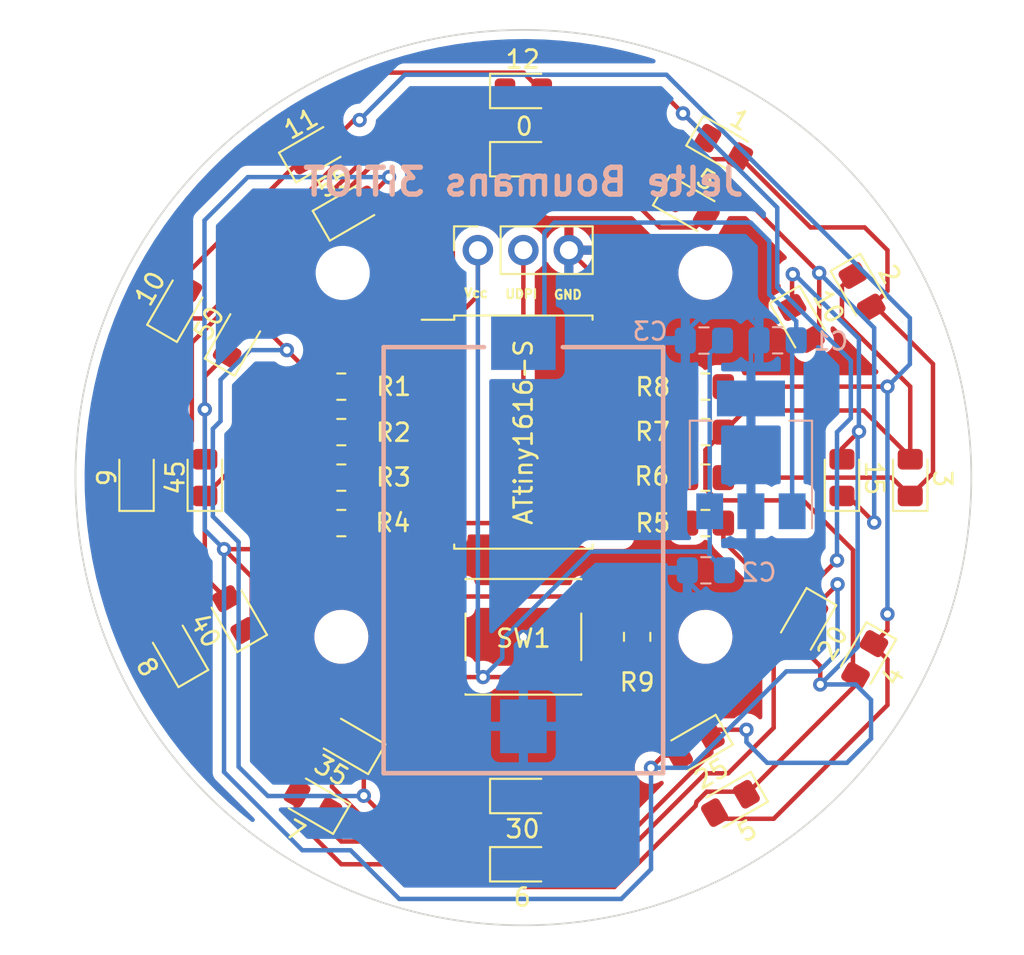
<source format=kicad_pcb>
(kicad_pcb (version 20211014) (generator pcbnew)
  (layers (0 "F.Cu" signal) (31 "B.Cu" signal) (34 "B.Paste" user) (35 "F.Paste" user) (36 "B.SilkS" user "B.Silkscreen") (37 "F.SilkS" user "F.Silkscreen") (38 "B.Mask" user) (39 "F.Mask" user) (44 "Edge.Cuts" user))
  (net 0 "")
  (net 1 "Net-(BT1-Pad1)")
  (net 2 "Net-(D1-Pad2)")
  (net 3 "PA4~")
  (net 4 "PB1")
  (net 5 "Net-(D17-Pad1)")
  (net 6 "PC3")
  (net 7 "Net-(D15-Pad1)")
  (net 8 "PC2")
  (net 9 "Net-(D13-Pad1)")
  (net 10 "PC1")
  (net 11 "Net-(D13-Pad2)")
  (net 12 "PC0")
  (net 13 "Net-(D10-Pad2)")
  (net 14 "PB0~")
  (net 15 "Net-(D3-Pad1)")
  (net 16 "PB2~")
  (net 17 "Net-(D1-Pad1)")
  (net 18 "PA5~")
  (net 24 "PA0 UDPI")
  (net 28 "GND")
  (net 29 "Vcc")
  (footprint "LED_SMD:LED_0805_2012Metric_Pad1.15x1.40mm_HandSolder" (layer "F.Cu") (at 168.106657 104.778206 -120)
    (fp_text reference "20")
    (fp_text value "LED" hide)
  )
  (footprint "LED_SMD:LED_0805_2012Metric_Pad1.15x1.40mm_HandSolder" (layer "F.Cu") (at 161.99975 111.528561 -150)
    (fp_text reference "25")
    (fp_text value "LED" hide)
  )
  (footprint "Resistor_SMD:R_0805_2012Metric_Pad1.20x1.40mm_HandSolder" (layer "F.Cu") (at 142.24 99.06)
    (fp_text reference "R4")
    (fp_text value "120Ω" hide)
  )
  (footprint "LED_SMD:LED_0805_2012Metric_Pad1.15x1.40mm_HandSolder" (layer "F.Cu") (at 163.58058 78.080641 -30)
    (fp_text reference "1")
    (fp_text value "LED" hide)
  )
  (footprint "LED_SMD:LED_0805_2012Metric_Pad1.15x1.40mm_HandSolder" (layer "F.Cu") (at 142.73136 81.52568 30)
    (fp_text reference "55")
    (fp_text value "LED" hide)
  )
  (footprint "LED_SMD:LED_0805_2012Metric_Pad1.15x1.40mm_HandSolder" (layer "F.Cu") (at 152.4 78.74)
    (fp_text reference "0")
    (fp_text value "LED" hide)
  )
  (footprint "Package_SO:SOIC-20W_7.5x12.8mm_P1.27mm" (layer "F.Cu") (at 152.4 93.98)
    (fp_text reference "U1" hide)
    (fp_text value "ATtiny1616-S")
  )
  (footprint "LED_SMD:LED_0805_2012Metric_Pad1.15x1.40mm_HandSolder" (layer "F.Cu") (at 136.378421 88.739958 60)
    (fp_text reference "50")
    (fp_text value "LED" hide)
  )
  (footprint "Resistor_SMD:R_0805_2012Metric_Pad1.20x1.40mm_HandSolder" (layer "F.Cu") (at 142.24 93.98)
    (fp_text reference "R2")
    (fp_text value "120Ω" hide)
  )
  (footprint "LED_SMD:LED_0805_2012Metric_Pad1.15x1.40mm_HandSolder" (layer "F.Cu") (at 163.956759 114.713586 -150)
    (fp_text reference "5")
    (fp_text value "LED" hide)
  )
  (footprint "LED_SMD:LED_0805_2012Metric_Pad1.15x1.40mm_HandSolder" (layer "F.Cu") (at 142.60657 111.314138 150)
    (fp_text reference "35")
    (fp_text value "LED" hide)
  )
  (footprint "MountingHole:MountingHole_2mm" (layer "F.Cu") (at 142.24 105.41)
    (fp_text reference "REF**" hide)
    (fp_text value "MountingHole_2mm" hide)
  )
  (footprint "MountingHole:MountingHole_2mm" (layer "F.Cu") (at 142.316287 85.09)
    (fp_text reference "REF**" hide)
    (fp_text value "MountingHole_2mm" hide)
  )
  (footprint "Resistor_SMD:R_0805_2012Metric_Pad1.20x1.40mm_HandSolder" (layer "F.Cu") (at 162.56 96.52 180)
    (fp_text reference "R6")
    (fp_text value "150Ω" hide)
  )
  (footprint "LED_SMD:LED_0805_2012Metric_Pad1.15x1.40mm_HandSolder" (layer "F.Cu") (at 134.62 96.52 90)
    (fp_text reference "45")
    (fp_text value "LED" hide)
  )
  (footprint "LED_SMD:LED_0805_2012Metric_Pad1.15x1.40mm_HandSolder" (layer "F.Cu") (at 136.332629 104.170552 120)
    (fp_text reference "40")
    (fp_text value "LED" hide)
  )
  (footprint "LED_SMD:LED_0805_2012Metric_Pad1.15x1.40mm_HandSolder" (layer "F.Cu") (at 133.052326 106.128839 120)
    (fp_text reference "8")
    (fp_text value "LED" hide)
  )
  (footprint "Resistor_SMD:R_0805_2012Metric_Pad1.20x1.40mm_HandSolder" (layer "F.Cu") (at 142.24 96.52)
    (fp_text reference "R3")
    (fp_text value "120Ω" hide)
  )
  (footprint "LED_SMD:LED_0805_2012Metric_Pad1.15x1.40mm_HandSolder" (layer "F.Cu") (at 140.848971 78.275243 30)
    (fp_text reference "11")
    (fp_text value "LED" hide)
  )
  (footprint "LED_SMD:LED_0805_2012Metric_Pad1.15x1.40mm_HandSolder" (layer "F.Cu") (at 140.649447 114.653447 150)
    (fp_text reference "7")
    (fp_text value "LED" hide)
  )
  (footprint "Resistor_SMD:R_0805_2012Metric_Pad1.20x1.40mm_HandSolder" (layer "F.Cu") (at 158.75 105.41 -90)
    (fp_text reference "R9")
    (fp_text value "1kΩ" hide)
  )
  (footprint "Resistor_SMD:R_0805_2012Metric_Pad1.20x1.40mm_HandSolder" (layer "F.Cu") (at 162.56 99.06 180)
    (fp_text reference "R5")
    (fp_text value "150Ω" hide)
  )
  (footprint "LED_SMD:LED_0805_2012Metric_Pad1.15x1.40mm_HandSolder" (layer "F.Cu") (at 173.99 96.52 90)
    (fp_text reference "3")
    (fp_text value "LED" hide)
  )
  (footprint "LED_SMD:LED_0805_2012Metric_Pad1.15x1.40mm_HandSolder" (layer "F.Cu") (at 133.162351 86.855656 60)
    (fp_text reference "10")
    (fp_text value "LED" hide)
  )
  (footprint "LED_SMD:LED_0805_2012Metric_Pad1.15x1.40mm_HandSolder" (layer "F.Cu") (at 152.4 114.3)
    (fp_text reference "30")
    (fp_text value "LED" hide)
  )
  (footprint "Resistor_SMD:R_0805_2012Metric_Pad1.20x1.40mm_HandSolder" (layer "F.Cu") (at 162.56 91.44 180)
    (fp_text reference "R8")
    (fp_text value "150Ω" hide)
  )
  (footprint "Connector_PinSocket_2.54mm:PinSocket_1x03_P2.54mm_Vertical" (layer "F.Cu") (at 149.86 83.82 90)
    (fp_text reference "J1" hide)
    (fp_text value "Conn_01x03_Female" hide)
  )
  (footprint "LED_SMD:LED_0805_2012Metric_Pad1.15x1.40mm_HandSolder" (layer "F.Cu") (at 152.4 74.93)
    (fp_text reference "12")
    (fp_text value "LED" hide)
  )
  (footprint "MountingHole:MountingHole_2mm" (layer "F.Cu") (at 162.56 105.41)
    (fp_text reference "REF**" hide)
    (fp_text value "MountingHole_2mm" hide)
  )
  (footprint "LED_SMD:LED_0805_2012Metric_Pad1.15x1.40mm_HandSolder" (layer "F.Cu") (at 152.4 118.11)
    (fp_text reference "6")
    (fp_text value "LED" hide)
  )
  (footprint "LED_SMD:LED_0805_2012Metric_Pad1.15x1.40mm_HandSolder" (layer "F.Cu") (at 171.45 106.68 -120)
    (fp_text reference "4")
    (fp_text value "LED" hide)
  )
  (footprint "LED_SMD:LED_0805_2012Metric_Pad1.15x1.40mm_HandSolder" (layer "F.Cu") (at 171.301587 86.113515 -60)
    (fp_text reference "2")
    (fp_text value "LED" hide)
  )
  (footprint "LED_SMD:LED_0805_2012Metric_Pad1.15x1.40mm_HandSolder" (layer "F.Cu") (at 161.718972 81.415191 -30)
    (fp_text reference "5")
    (fp_text value "LED" hide)
  )
  (footprint "Resistor_SMD:R_0805_2012Metric_Pad1.20x1.40mm_HandSolder" (layer "F.Cu") (at 162.56 93.98 180)
    (fp_text reference "R7")
    (fp_text value "150Ω" hide)
  )
  (footprint "LED_SMD:LED_0805_2012Metric_Pad1.15x1.40mm_HandSolder" (layer "F.Cu") (at 167.907773 87.908167 -60)
    (fp_text reference "10")
    (fp_text value "LED" hide)
  )
  (footprint "LED_SMD:LED_0805_2012Metric_Pad1.15x1.40mm_HandSolder" (layer "F.Cu") (at 130.81 96.52 90)
    (fp_text reference "9")
    (fp_text value "LED" hide)
  )
  (footprint "LED_SMD:LED_0805_2012Metric_Pad1.15x1.40mm_HandSolder" (layer "F.Cu") (at 170.18 96.52 90)
    (fp_text reference "15")
    (fp_text value "LED" hide)
  )
  (footprint "Button_Switch_SMD:SW_Push_1P1T_NO_6x6mm_H9.5mm" (layer "F.Cu") (at 152.4 105.41)
    (fp_text reference "SW1")
    (fp_text value "SW_Push" hide)
  )
  (footprint "MountingHole:MountingHole_2mm" (layer "F.Cu") (at 162.56 85.09)
    (fp_text reference "REF**" hide)
    (fp_text value "MountingHole_2mm" hide)
  )
  (footprint "Resistor_SMD:R_0805_2012Metric_Pad1.20x1.40mm_HandSolder" (layer "F.Cu") (at 142.24 91.44)
    (fp_text reference "R1")
    (fp_text value "120Ω" hide)
  )
  (footprint "Capacitor_SMD:C_0805_2012Metric_Pad1.18x1.45mm_HandSolder" (layer "B.Cu") (at 162.477589 88.866156 180)
    (fp_text reference "C3")
    (fp_text value "100nF" hide)
  )
  (footprint "Capacitor_SMD:C_0805_2012Metric_Pad1.18x1.45mm_HandSolder" (layer "B.Cu") (at 162.586533 101.695651 180)
    (fp_text reference "C2")
    (fp_text value "1uF" hide)
  )
  (footprint "S8421-45R:S8421-45R_1" (layer "B.Cu") (at 152.4 110.408)
    (fp_text reference "BTe" hide)
    (fp_text value "Battery_Cell" hide)
  )
  (footprint "Package_TO_SOT_SMD:SOT-223-3_TabPin2" (layer "B.Cu") (at 165.1 95.25 90)
    (fp_text reference "U2" hide)
    (fp_text value "AP7361C-33E" hide)
  )
  (footprint "Capacitor_SMD:C_0805_2012Metric_Pad1.18x1.45mm_HandSolder" (layer "B.Cu") (at 166.590567 88.851432 180)
    (fp_text reference "C1")
    (fp_text value "1uF" hide)
  )
  (gr_circle (center 152.4 96.52) (end 177.4 96.52) (layer "Edge.Cuts") (width 0.1) (fill none))
  (gr_text "Jelte Boumans 3ITIOT" (at 152.4 80.01) (layer "B.SilkS") (effects (font (size 1.5 1.5) (thickness 0.3)) (justify mirror)))
  (gr_text "Vcc" (at 149.757299 86.219865) (layer "F.SilkS") (effects (font (size 0.5 0.5) (thickness 0.125))))
  (gr_text "UDPI" (at 152.284552 86.274806) (layer "F.SilkS") (effects (font (size 0.5 0.5) (thickness 0.125))))
  (gr_text "GND" (at 154.885059 86.311432) (layer "F.SilkS") (effects (font (size 0.5 0.5) (thickness 0.125))))
  (segment (start 153.575 82.836119) (end 154.134208 82.276911) (width 0.25) (layer "B.Cu") (net 1))
  (segment (start 166.120641 83.311911) (end 166.120641 86.278687) (width 0.25) (layer "B.Cu") (net 1))
  (segment (start 166.120641 86.278687) (end 167.628067 87.786113) (width 0.25) (layer "B.Cu") (net 1))
  (segment (start 165.085641 82.276911) (end 166.120641 83.311911) (width 0.25) (layer "B.Cu") (net 1))
  (segment (start 167.628067 87.786113) (end 167.628067 88.851432) (width 0.25) (layer "B.Cu") (net 1))
  (segment (start 167.4 89.079499) (end 167.628067 88.851432) (width 0.25) (layer "B.Cu") (net 1))
  (segment (start 152.4 89.008) (end 153.575 87.833) (width 0.25) (layer "B.Cu") (net 1))
  (segment (start 154.134208 82.276911) (end 165.085641 82.276911) (width 0.25) (layer "B.Cu") (net 1))
  (segment (start 167.4 98.4) (end 167.4 89.079499) (width 0.25) (layer "B.Cu") (net 1))
  (segment (start 153.575 87.833) (end 153.575 82.836119) (width 0.25) (layer "B.Cu") (net 1))
  (segment (start 158.668605 78.74) (end 160.831296 80.902691) (width 0.25) (layer "F.Cu") (net 2))
  (segment (start 143.494246 111.826638) (end 143.494246 114.284246) (width 0.25) (layer "F.Cu") (net 2))
  (segment (start 152.4 77.47) (end 153.425 78.495) (width 0.25) (layer "F.Cu") (net 2))
  (segment (start 139.2 89.4) (end 137.652282 87.852282) (width 0.25) (layer "F.Cu") (net 2))
  (segment (start 141.843684 82.03818) (end 141.843684 81.18295) (width 0.25) (layer "F.Cu") (net 2))
  (segment (start 137.652282 87.852282) (end 136.890921 87.852282) (width 0.25) (layer "F.Cu") (net 2))
  (segment (start 141.24 91.44) (end 139.2 89.4) (width 0.25) (layer "F.Cu") (net 2))
  (segment (start 141.843684 82.899519) (end 136.890921 87.852282) (width 0.25) (layer "F.Cu") (net 2))
  (segment (start 141.843684 81.18295) (end 145.556634 77.47) (width 0.25) (layer "F.Cu") (net 2))
  (segment (start 144.78 115.57) (end 152.155 115.57) (width 0.25) (layer "F.Cu") (net 2))
  (segment (start 153.425 78.495) (end 153.425 78.74) (width 0.25) (layer "F.Cu") (net 2))
  (segment (start 152.155 115.57) (end 153.425 114.3) (width 0.25) (layer "F.Cu") (net 2))
  (segment (start 143.494246 114.284246) (end 144.78 115.57) (width 0.25) (layer "F.Cu") (net 2))
  (segment (start 141.843684 82.03818) (end 141.843684 82.899519) (width 0.25) (layer "F.Cu") (net 2))
  (segment (start 153.425 78.74) (end 158.668605 78.74) (width 0.25) (layer "F.Cu") (net 2))
  (segment (start 145.556634 77.47) (end 152.4 77.47) (width 0.25) (layer "F.Cu") (net 2))
  (via (at 143.494246 114.284246) (size 0.8) (drill 0.4) (layers "F.Cu" "B.Cu") (net 2))
  (via (at 139.2 89.4) (size 0.8) (drill 0.4) (layers "F.Cu" "B.Cu") (net 2))
  (segment (start 135.499044 93.36291) (end 135.499044 91.055417) (width 0.25) (layer "B.Cu") (net 2))
  (segment (start 135.07 93.791954) (end 135.499044 93.36291) (width 0.25) (layer "B.Cu") (net 2))
  (segment (start 138.141017 114.3) (end 136.506283 112.665266) (width 0.25) (layer "B.Cu") (net 2))
  (segment (start 136.506283 112.665266) (end 136.506283 100.120565) (width 0.25) (layer "B.Cu") (net 2))
  (segment (start 135.499044 91.055417) (end 137.154461 89.4) (width 0.25) (layer "B.Cu") (net 2))
  (segment (start 137.154461 89.4) (end 139.2 89.4) (width 0.25) (layer "B.Cu") (net 2))
  (segment (start 136.506283 100.120565) (end 135.07 98.684282) (width 0.25) (layer "B.Cu") (net 2))
  (segment (start 143.494246 114.284246) (end 143.478492 114.3) (width 0.25) (layer "B.Cu") (net 2))
  (segment (start 143.478492 114.3) (end 138.141017 114.3) (width 0.25) (layer "B.Cu") (net 2))
  (segment (start 135.07 98.684282) (end 135.07 93.791954) (width 0.25) (layer "B.Cu") (net 2))
  (segment (start 145.145 89.535) (end 147.75 89.535) (width 0.25) (layer "F.Cu") (net 3))
  (segment (start 143.24 91.44) (end 145.145 89.535) (width 0.25) (layer "F.Cu") (net 3))
  (segment (start 157.5 103.16) (end 158.75 104.41) (width 0.25) (layer "F.Cu") (net 4))
  (segment (start 148.425 100.37) (end 147.75 99.695) (width 0.25) (layer "F.Cu") (net 4))
  (segment (start 148.425 103.16) (end 148.425 100.37) (width 0.25) (layer "F.Cu") (net 4))
  (segment (start 156.375 103.16) (end 157.5 103.16) (width 0.25) (layer "F.Cu") (net 4))
  (segment (start 148.425 103.16) (end 156.375 103.16) (width 0.25) (layer "F.Cu") (net 4))
  (segment (start 131.966668 87.743332) (end 130.81 88.9) (width 0.25) (layer "F.Cu") (net 5))
  (segment (start 141.736647 77.762743) (end 142.94821 76.55118) (width 0.25) (layer "F.Cu") (net 5))
  (segment (start 171.9625 105.9225) (end 172.72 106.68) (width 0.25) (layer "F.Cu") (net 5))
  (segment (start 133.564826 107.016515) (end 132.416515 107.016515) (width 0.25) (layer "F.Cu") (net 5))
  (segment (start 135.89 85.09) (end 135.89 86.36) (width 0.25) (layer "F.Cu") (net 5))
  (segment (start 172.72 91.44) (end 163.56 91.44) (width 0.25) (layer "F.Cu") (net 5))
  (segment (start 141.736647 79.243353) (end 135.89 85.09) (width 0.25) (layer "F.Cu") (net 5))
  (segment (start 163.412997 115.57) (end 163.069083 115.226086) (width 0.25) (layer "F.Cu") (net 5))
  (segment (start 129.54 96.765) (end 130.81 95.495) (width 0.25) (layer "F.Cu") (net 5))
  (segment (start 171.9625 105.792324) (end 171.9625 105.9225) (width 0.25) (layer "F.Cu") (net 5))
  (segment (start 172.72 104.14) (end 172.72 105.034824) (width 0.25) (layer "F.Cu") (net 5))
  (segment (start 171.9625 105.792324) (end 172.337676 105.792324) (width 0.25) (layer "F.Cu") (net 5))
  (segment (start 134.62 87.63) (end 132.763183 87.63) (width 0.25) (layer "F.Cu") (net 5))
  (segment (start 141.736647 77.762743) (end 141.947257 77.762743) (width 0.25) (layer "F.Cu") (net 5))
  (segment (start 135.89 86.36) (end 134.62 87.63) (width 0.25) (layer "F.Cu") (net 5))
  (segment (start 132.416515 107.016515) (end 129.54 104.14) (width 0.25) (layer "F.Cu") (net 5))
  (segment (start 172.72 105.034824) (end 171.9625 105.792324) (width 0.25) (layer "F.Cu") (net 5))
  (segment (start 132.649851 87.743332) (end 131.966668 87.743332) (width 0.25) (layer "F.Cu") (net 5))
  (segment (start 142.94821 76.55118) (end 143.258372 76.55118) (width 0.25) (layer "F.Cu") (net 5))
  (segment (start 172.72 106.68) (end 172.72 109.22) (width 0.25) (layer "F.Cu") (net 5))
  (segment (start 172.72 109.22) (end 166.37 115.57) (width 0.25) (layer "F.Cu") (net 5))
  (segment (start 166.37 115.57) (end 163.412997 115.57) (width 0.25) (layer "F.Cu") (net 5))
  (segment (start 132.763183 87.63) (end 132.649851 87.743332) (width 0.25) (layer "F.Cu") (net 5))
  (segment (start 141.736647 77.762743) (end 141.736647 79.243353) (width 0.25) (layer "F.Cu") (net 5))
  (segment (start 129.54 104.14) (end 129.54 96.765) (width 0.25) (layer "F.Cu") (net 5))
  (segment (start 130.81 88.9) (end 130.81 95.495) (width 0.25) (layer "F.Cu") (net 5))
  (via (at 143.258372 76.55118) (size 0.8) (drill 0.4) (layers "F.Cu" "B.Cu") (net 5))
  (via (at 172.72 91.44) (size 0.8) (drill 0.4) (layers "F.Cu" "B.Cu") (net 5))
  (via (at 172.72 104.14) (size 0.8) (drill 0.4) (layers "F.Cu" "B.Cu") (net 5))
  (segment (start 162.56 76.2) (end 173.969996 87.609996) (width 0.25) (layer "B.Cu") (net 5))
  (segment (start 173.969996 87.609996) (end 173.969996 88.445754) (width 0.25) (layer "B.Cu") (net 5))
  (segment (start 160.383927 74.023927) (end 162.56 76.2) (width 0.25) (layer "B.Cu") (net 5))
  (segment (start 145.785625 74.023927) (end 158.641654 74.023927) (width 0.25) (layer "B.Cu") (net 5))
  (segment (start 143.258372 76.55118) (end 145.785625 74.023927) (width 0.25) (layer "B.Cu") (net 5))
  (segment (start 158.641654 74.023927) (end 160.383927 74.023927) (width 0.25) (layer "B.Cu") (net 5))
  (segment (start 173.969996 88.445754) (end 173.969996 90.190004) (width 0.25) (layer "B.Cu") (net 5))
  (segment (start 173.969996 90.190004) (end 172.72 91.44) (width 0.25) (layer "B.Cu") (net 5))
  (segment (start 172.72 91.44) (end 172.72 104.14) (width 0.25) (layer "B.Cu") (net 5))
  (segment (start 161.56 91.44) (end 161.56 91.4875) (width 0.25) (layer "F.Cu") (net 6))
  (segment (start 161.56 91.4875) (end 158.4325 94.615) (width 0.25) (layer "F.Cu") (net 6))
  (segment (start 158.4325 94.615) (end 157.05 94.615) (width 0.25) (layer "F.Cu") (net 6))
  (segment (start 170.9375 108.108021) (end 170.9375 107.567676) (width 0.25) (layer "F.Cu") (net 7))
  (segment (start 173.99 95.495) (end 173.99 95.3725) (width 0.25) (layer "F.Cu") (net 7))
  (segment (start 173.99 95.3725) (end 171.388813 92.771313) (width 0.25) (layer "F.Cu") (net 7))
  (segment (start 168.02414 97.79) (end 163.217507 97.79) (width 0.25) (layer "F.Cu") (net 7))
  (segment (start 164.844435 114.201086) (end 164.700688 114.057339) (width 0.25) (layer "F.Cu") (net 7))
  (segment (start 162.006898 114.853102) (end 157.48 119.38) (width 0.25) (layer "F.Cu") (net 7))
  (segment (start 162.632248 114.057339) (end 162.069274 114.620313) (width 0.25) (layer "F.Cu") (net 7))
  (segment (start 139.7 115.57) (end 139.7 114.202718) (width 0.25) (layer "F.Cu") (net 7))
  (segment (start 170.18 87.63) (end 170.18 85.834926) (width 0.25) (layer "F.Cu") (net 7))
  (segment (start 164.844435 114.201086) (end 170.9375 108.108021) (width 0.25) (layer "F.Cu") (net 7))
  (segment (start 173.99 95.495) (end 173.99 91.44) (width 0.25) (layer "F.Cu") (net 7))
  (segment (start 170.9375 107.567676) (end 170.793753 107.423929) (width 0.25) (layer "F.Cu") (net 7))
  (segment (start 139.7 114.202718) (end 139.761771 114.140947) (width 0.25) (layer "F.Cu") (net 7))
  (segment (start 142.24 118.11) (end 139.7 115.57) (width 0.25) (layer "F.Cu") (net 7))
  (segment (start 162.56 94.98) (end 163.56 93.98) (width 0.25) (layer "F.Cu") (net 7))
  (segment (start 170.793753 100.559613) (end 168.02414 97.79) (width 0.25) (layer "F.Cu") (net 7))
  (segment (start 170.18 85.834926) (end 170.789087 85.225839) (width 0.25) (layer "F.Cu") (net 7))
  (segment (start 157.48 119.38) (end 152.4 119.38) (width 0.25) (layer "F.Cu") (net 7))
  (segment (start 162.069274 114.620313) (end 162.006898 114.853102) (width 0.25) (layer "F.Cu") (net 7))
  (segment (start 163.217507 97.79) (end 162.56 97.132493) (width 0.25) (layer "F.Cu") (net 7))
  (segment (start 162.56 97.132493) (end 162.56 94.98) (width 0.25) (layer "F.Cu") (net 7))
  (segment (start 164.768687 92.771313) (end 163.56 93.98) (width 0.25) (layer "F.Cu") (net 7))
  (segment (start 152.4 119.38) (end 151.375 118.355) (width 0.25) (layer "F.Cu") (net 7))
  (segment (start 164.700688 114.057339) (end 162.632248 114.057339) (width 0.25) (layer "F.Cu") (net 7))
  (segment (start 170.793753 107.423929) (end 170.793753 100.559613) (width 0.25) (layer "F.Cu") (net 7))
  (segment (start 171.388813 92.771313) (end 164.768687 92.771313) (width 0.25) (layer "F.Cu") (net 7))
  (segment (start 151.375 118.355) (end 151.375 118.11) (width 0.25) (layer "F.Cu") (net 7))
  (segment (start 151.375 118.11) (end 142.24 118.11) (width 0.25) (layer "F.Cu") (net 7))
  (segment (start 173.99 91.44) (end 170.18 87.63) (width 0.25) (layer "F.Cu") (net 7))
  (segment (start 159.655 95.885) (end 157.05 95.885) (width 0.25) (layer "F.Cu") (net 8))
  (segment (start 161.56 93.98) (end 159.655 95.885) (width 0.25) (layer "F.Cu") (net 8))
  (segment (start 151.375 74.93) (end 152.645 76.2) (width 0.25) (layer "F.Cu") (net 9))
  (segment (start 175.26 90.17) (end 175.26 96.275) (width 0.25) (layer "F.Cu") (net 9))
  (segment (start 130.81 97.545) (end 130.81 103.511337) (width 0.25) (layer "F.Cu") (net 9))
  (segment (start 172.091191 87.001191) (end 175.26 90.17) (width 0.25) (layer "F.Cu") (net 9))
  (segment (start 171.45 82.55) (end 172.72 83.82) (width 0.25) (layer "F.Cu") (net 9))
  (segment (start 164.468256 78.593141) (end 168.425115 82.55) (width 0.25) (layer "F.Cu") (net 9))
  (segment (start 172.72 86.095278) (end 171.814087 87.001191) (width 0.25) (layer "F.Cu") (net 9))
  (segment (start 171.814087 87.001191) (end 172.091191 87.001191) (width 0.25) (layer "F.Cu") (net 9))
  (segment (start 161.29 78.74) (end 164.321397 78.74) (width 0.25) (layer "F.Cu") (net 9))
  (segment (start 168.425115 82.55) (end 171.45 82.55) (width 0.25) (layer "F.Cu") (net 9))
  (segment (start 147.32 74.93) (end 151.375 74.93) (width 0.25) (layer "F.Cu") (net 9))
  (segment (start 130.81 97.545) (end 133.895489 94.459511) (width 0.25) (layer "F.Cu") (net 9))
  (segment (start 172.965 96.52) (end 163.56 96.52) (width 0.25) (layer "F.Cu") (net 9))
  (segment (start 133.895489 94.459511) (end 133.895489 88.990229) (width 0.25) (layer "F.Cu") (net 9))
  (segment (start 152.645 76.2) (end 158.75 76.2) (width 0.25) (layer "F.Cu") (net 9))
  (segment (start 133.895489 88.990229) (end 140.72069 82.165028) (width 0.25) (layer "F.Cu") (net 9))
  (segment (start 158.75 76.2) (end 161.29 78.74) (width 0.25) (layer "F.Cu") (net 9))
  (segment (start 140.72069 82.165028) (end 140.72069 81.52931) (width 0.25) (layer "F.Cu") (net 9))
  (segment (start 130.81 103.511337) (end 132.539826 105.241163) (width 0.25) (layer "F.Cu") (net 9))
  (segment (start 173.99 97.545) (end 172.965 96.52) (width 0.25) (layer "F.Cu") (net 9))
  (segment (start 175.26 96.275) (end 173.99 97.545) (width 0.25) (layer "F.Cu") (net 9))
  (segment (start 164.321397 78.74) (end 164.468256 78.593141) (width 0.25) (layer "F.Cu") (net 9))
  (segment (start 172.72 83.82) (end 172.72 86.095278) (width 0.25) (layer "F.Cu") (net 9))
  (segment (start 140.72069 81.52931) (end 147.32 74.93) (width 0.25) (layer "F.Cu") (net 9))
  (segment (start 160.925 97.155) (end 157.05 97.155) (width 0.25) (layer "F.Cu") (net 10))
  (segment (start 161.56 96.52) (end 160.925 97.155) (width 0.25) (layer "F.Cu") (net 10))
  (segment (start 144.53452 73.90548) (end 143.51 74.93) (width 0.25) (layer "F.Cu") (net 11))
  (segment (start 162.56 113.03) (end 163.83 113.03) (width 0.25) (layer "F.Cu") (net 11))
  (segment (start 153.425 118.11) (end 157.48 118.11) (width 0.25) (layer "F.Cu") (net 11))
  (segment (start 163.56 100.06) (end 163.56 99.06) (width 0.25) (layer "F.Cu") (net 11))
  (segment (start 153.425 74.93) (end 152.40048 73.90548) (width 0.25) (layer "F.Cu") (net 11))
  (segment (start 141.537123 116.137123) (end 142.24 116.84) (width 0.25) (layer "F.Cu") (net 11))
  (segment (start 153.425 74.93) (end 160.054763 74.93) (width 0.25) (layer "F.Cu") (net 11))
  (segment (start 152.4 116.84) (end 153.425 117.865) (width 0.25) (layer "F.Cu") (net 11))
  (segment (start 139.7 77.47) (end 139.7 78.526448) (width 0.25) (layer "F.Cu") (net 11))
  (segment (start 166.37 102.87) (end 165.1 101.6) (width 0.25) (layer "F.Cu") (net 11))
  (segment (start 166.37 110.49) (end 166.37 102.87) (width 0.25) (layer "F.Cu") (net 11))
  (segment (start 169.903685 101.137325) (end 168.23196 102.80905) (width 0.25) (layer "F.Cu") (net 11))
  (segment (start 168.23196 102.80905) (end 166.309051 102.80905) (width 0.25) (layer "F.Cu") (net 11))
  (segment (start 139.7 78.526448) (end 139.961295 78.787743) (width 0.25) (layer "F.Cu") (net 11))
  (segment (start 165.1 101.6) (end 163.56 100.06) (width 0.25) (layer "F.Cu") (net 11))
  (segment (start 142.24 74.93) (end 139.7 77.47) (width 0.25) (layer "F.Cu") (net 11))
  (segment (start 163.83 113.03) (end 166.37 110.49) (width 0.25) (layer "F.Cu") (net 11))
  (segment (start 153.425 117.865) (end 153.425 118.11) (width 0.25) (layer "F.Cu") (net 11))
  (segment (start 139.961295 78.787743) (end 133.674851 85.074187) (width 0.25) (layer "F.Cu") (net 11))
  (segment (start 142.24 116.84) (end 152.4 116.84) (width 0.25) (layer "F.Cu") (net 11))
  (segment (start 143.51 74.93) (end 142.24 74.93) (width 0.25) (layer "F.Cu") (net 11))
  (segment (start 133.674851 85.074187) (end 133.674851 85.96798) (width 0.25) (layer "F.Cu") (net 11))
  (segment (start 160.054763 74.93) (end 161.307382 76.182618) (width 0.25) (layer "F.Cu") (net 11))
  (segment (start 152.40048 73.90548) (end 144.53452 73.90548) (width 0.25) (layer "F.Cu") (net 11))
  (segment (start 161.307382 76.182618) (end 162.692904 77.568141) (width 0.25) (layer "F.Cu") (net 11))
  (segment (start 157.48 118.11) (end 162.56 113.03) (width 0.25) (layer "F.Cu") (net 11))
  (segment (start 141.537123 115.165947) (end 141.537123 116.137123) (width 0.25) (layer "F.Cu") (net 11))
  (via (at 169.903685 101.137325) (size 0.8) (drill 0.4) (layers "F.Cu" "B.Cu") (net 11))
  (via (at 161.307382 76.182618) (size 0.8) (drill 0.4) (layers "F.Cu" "B.Cu") (net 11))
  (segment (start 170.674754 89.986351) (end 170.674754 93.205705) (width 0.25) (layer "B.Cu") (net 11))
  (segment (start 166.570641 81.445877) (end 166.570641 85.882238) (width 0.25) (layer "B.Cu") (net 11))
  (segment (start 161.307382 76.182618) (end 166.570641 81.445877) (width 0.25) (layer "B.Cu") (net 11))
  (segment (start 166.570641 85.882238) (end 170.674754 89.986351) (width 0.25) (layer "B.Cu") (net 11))
  (segment (start 169.903685 93.976774) (end 169.903685 101.137325) (width 0.25) (layer "B.Cu") (net 11))
  (segment (start 170.674754 93.205705) (end 169.903685 93.976774) (width 0.25) (layer "B.Cu") (net 11))
  (segment (start 161.56 99.06) (end 160.02 99.06) (width 0.25) (layer "F.Cu") (net 12))
  (segment (start 160.02 99.06) (end 159.385 98.425) (width 0.25) (layer "F.Cu") (net 12))
  (segment (start 159.385 98.425) (end 157.05 98.425) (width 0.25) (layer "F.Cu") (net 12))
  (segment (start 134.62 92.71) (end 134.62 95.495) (width 0.25) (layer "F.Cu") (net 13))
  (segment (start 144.892522 79.739694) (end 144.904604 79.739694) (width 0.25) (layer "F.Cu") (net 13))
  (segment (start 168.619157 103.89053) (end 168.619157 103.790678) (width 0.25) (layer "F.Cu") (net 13))
  (segment (start 160.203954 112.041061) (end 159.52356 112.721455) (width 0.25) (layer "F.Cu") (net 13))
  (segment (start 135.694196 100.515917) (end 139.244083 100.515917) (width 0.25) (layer "F.Cu") (net 13))
  (segment (start 135.865921 89.627634) (end 134.62 90.873555) (width 0.25) (layer "F.Cu") (net 13))
  (segment (start 137.238968 102.060689) (end 137.238968 104.664389) (width 0.25) (layer "F.Cu") (net 13))
  (segment (start 137.238968 104.664389) (end 136.845129 105.058228) (width 0.25) (layer "F.Cu") (net 13))
  (segment (start 140.7 99.06) (end 141.24 99.06) (width 0.25) (layer "F.Cu") (net 13))
  (segment (start 143.619036 81.01318) (end 144.892522 79.739694) (width 0.25) (layer "F.Cu") (net 13))
  (segment (start 134.62 90.873555) (end 134.62 92.71) (width 0.25) (layer "F.Cu") (net 13))
  (segment (start 168.619157 103.790678) (end 169.934745 102.47509) (width 0.25) (layer "F.Cu") (net 13))
  (segment (start 135.694196 100.515917) (end 137.238968 102.060689) (width 0.25) (layer "F.Cu") (net 13))
  (segment (start 161.112074 112.041061) (end 160.203954 112.041061) (width 0.25) (layer "F.Cu") (net 13))
  (segment (start 139.244083 100.515917) (end 140.7 99.06) (width 0.25) (layer "F.Cu") (net 13))
  (via (at 159.52356 112.721455) (size 0.8) (drill 0.4) (layers "F.Cu" "B.Cu") (net 13))
  (via (at 135.694196 100.515917) (size 0.8) (drill 0.4) (layers "F.Cu" "B.Cu") (net 13))
  (via (at 169.934745 102.47509) (size 0.8) (drill 0.4) (layers "F.Cu" "B.Cu") (net 13))
  (via (at 134.62 92.71) (size 0.8) (drill 0.4) (layers "F.Cu" "B.Cu") (net 13))
  (via (at 144.904604 79.739694) (size 0.8) (drill 0.4) (layers "F.Cu" "B.Cu") (net 13))
  (segment (start 134.603299 92.693299) (end 134.62 92.71) (width 0.25) (layer "B.Cu") (net 13))
  (segment (start 145.473568 120.047191) (end 157.862604 120.047191) (width 0.25) (layer "B.Cu") (net 13))
  (segment (start 140.06195 117.327647) (end 142.754024 117.327647) (width 0.25) (layer "B.Cu") (net 13))
  (segment (start 135.694196 100.515917) (end 135.694196 112.959893) (width 0.25) (layer "B.Cu") (net 13))
  (segment (start 134.603299 82.157067) (end 134.603299 92.693299) (width 0.25) (layer "B.Cu") (net 13))
  (segment (start 167.07785 107.337306) (end 161.693701 112.721455) (width 0.25) (layer "B.Cu") (net 13))
  (segment (start 142.754024 117.327647) (end 145.473568 120.047191) (width 0.25) (layer "B.Cu") (net 13))
  (segment (start 168.89088 107.337306) (end 167.07785 107.337306) (width 0.25) (layer "B.Cu") (net 13))
  (segment (start 144.904604 79.739694) (end 137.020672 79.739694) (width 0.25) (layer "B.Cu") (net 13))
  (segment (start 169.934745 102.47509) (end 169.934745 106.293441) (width 0.25) (layer "B.Cu") (net 13))
  (segment (start 135.694196 100.515917) (end 134.62 99.441721) (width 0.25) (layer "B.Cu") (net 13))
  (segment (start 159.52356 118.386235) (end 159.52356 112.721455) (width 0.25) (layer "B.Cu") (net 13))
  (segment (start 161.693701 112.721455) (end 159.52356 112.721455) (width 0.25) (layer "B.Cu") (net 13))
  (segment (start 135.694196 112.959893) (end 140.06195 117.327647) (width 0.25) (layer "B.Cu") (net 13))
  (segment (start 169.934745 106.293441) (end 168.89088 107.337306) (width 0.25) (layer "B.Cu") (net 13))
  (segment (start 134.62 99.441721) (end 134.62 92.71) (width 0.25) (layer "B.Cu") (net 13))
  (segment (start 157.862604 120.047191) (end 159.52356 118.386235) (width 0.25) (layer "B.Cu") (net 13))
  (segment (start 137.020672 79.739694) (end 134.603299 82.157067) (width 0.25) (layer "B.Cu") (net 13))
  (segment (start 154.305 99.06) (end 154.94 99.695) (width 0.25) (layer "F.Cu") (net 14))
  (segment (start 154.94 99.695) (end 157.05 99.695) (width 0.25) (layer "F.Cu") (net 14))
  (segment (start 143.24 99.06) (end 154.305 99.06) (width 0.25) (layer "F.Cu") (net 14))
  (segment (start 167.395273 87.020491) (end 166.979509 87.020491) (width 0.25) (layer "F.Cu") (net 15))
  (segment (start 162.887426 111.016061) (end 162.887426 111.871291) (width 0.25) (layer "F.Cu") (net 15))
  (segment (start 170.18 94.895671) (end 170.18 95.495) (width 0.25) (layer "F.Cu") (net 15))
  (segment (start 142.142866 110.587134) (end 141.928362 110.801638) (width 0.25) (layer "F.Cu") (net 15))
  (segment (start 163.306026 110.597461) (end 164.848814 110.597461) (width 0.25) (layer "F.Cu") (net 15))
  (segment (start 141.928362 110.801638) (end 141.718894 110.801638) (width 0.25) (layer "F.Cu") (net 15))
  (segment (start 142.16452 99.748653) (end 142.16452 97.44452) (width 0.25) (layer "F.Cu") (net 15))
  (segment (start 162.887426 111.016061) (end 163.306026 110.597461) (width 0.25) (layer "F.Cu") (net 15))
  (segment (start 167.395273 87.020491) (end 167.395273 85.201772) (width 0.25) (layer "F.Cu") (net 15))
  (segment (start 171.132298 93.943373) (end 170.18 94.895671) (width 0.25) (layer "F.Cu") (net 15))
  (segment (start 138.014391 110.454577) (end 138.014391 102.561057) (width 0.25) (layer "F.Cu") (net 15))
  (segment (start 142.16452 97.44452) (end 141.24 96.52) (width 0.25) (layer "F.Cu") (net 15))
  (segment (start 151.375 114.3) (end 147.662134 110.587134) (width 0.25) (layer "F.Cu") (net 15))
  (segment (start 138.014391 102.561057) (end 140.490448 100.085) (width 0.25) (layer "F.Cu") (net 15))
  (segment (start 138.449119 110.889305) (end 138.014391 110.454577) (width 0.25) (layer "F.Cu") (net 15))
  (segment (start 141.718894 110.801638) (end 141.631227 110.889305) (width 0.25) (layer "F.Cu") (net 15))
  (segment (start 144.102107 116.162107) (end 141.718894 113.778894) (width 0.25) (layer "F.Cu") (net 15))
  (segment (start 162.887426 111.871291) (end 158.59661 116.162107) (width 0.25) (layer "F.Cu") (net 15))
  (segment (start 158.59661 116.162107) (end 144.102107 116.162107) (width 0.25) (layer "F.Cu") (net 15))
  (segment (start 168.969336 107.041061) (end 168.969336 108.070207) (width 0.25) (layer "F.Cu") (net 15))
  (segment (start 140.490448 100.085) (end 141.828173 100.085) (width 0.25) (layer "F.Cu") (net 15))
  (segment (start 141.828173 100.085) (end 142.16452 99.748653) (width 0.25) (layer "F.Cu") (net 15))
  (segment (start 167.395273 85.201772) (end 167.434962 85.162083) (width 0.25) (layer "F.Cu") (net 15))
  (segment (start 167.594157 105.665882) (end 168.969336 107.041061) (width 0.25) (layer "F.Cu") (net 15))
  (segment (start 141.718894 113.778894) (end 141.718894 110.801638) (width 0.25) (layer "F.Cu") (net 15))
  (segment (start 141.631227 110.889305) (end 138.449119 110.889305) (width 0.25) (layer "F.Cu") (net 15))
  (segment (start 147.662134 110.587134) (end 142.142866 110.587134) (width 0.25) (layer "F.Cu") (net 15))
  (via (at 171.132298 93.943373) (size 0.8) (drill 0.4) (layers "F.Cu" "B.Cu") (net 15))
  (via (at 167.434962 85.162083) (size 0.8) (drill 0.4) (layers "F.Cu" "B.Cu") (net 15))
  (via (at 164.848814 110.597461) (size 0.8) (drill 0.4) (layers "F.Cu" "B.Cu") (net 15))
  (via (at 168.969336 108.070207) (size 0.8) (drill 0.4) (layers "F.Cu" "B.Cu") (net 15))
  (segment (start 171.132298 93.943373) (end 171.057067 94.018604) (width 0.25) (layer "B.Cu") (net 15))
  (segment (start 171.124754 88.760672) (end 167.526165 85.162083) (width 0.25) (layer "B.Cu") (net 15))
  (segment (start 167.526165 85.162083) (end 167.434962 85.162083) (width 0.25) (layer "B.Cu") (net 15))
  (segment (start 168.969336 108.070207) (end 170.942348 108.070207) (width 0.25) (layer "B.Cu") (net 15))
  (segment (start 171.124754 93.935829) (end 171.124754 88.760672) (width 0.25) (layer "B.Cu") (net 15))
  (segment (start 170.456678 112.446753) (end 166.006515 112.446753) (width 0.25) (layer "B.Cu") (net 15))
  (segment (start 171.802715 108.930574) (end 171.802715 111.100716) (width 0.25) (layer "B.Cu") (net 15))
  (segment (start 171.057067 105.982476) (end 168.969336 108.070207) (width 0.25) (layer "B.Cu") (net 15))
  (segment (start 171.132298 93.943373) (end 171.124754 93.935829) (width 0.25) (layer "B.Cu") (net 15))
  (segment (start 171.802715 111.100716) (end 170.456678 112.446753) (width 0.25) (layer "B.Cu") (net 15))
  (segment (start 164.848814 111.289052) (end 164.848814 110.597461) (width 0.25) (layer "B.Cu") (net 15))
  (segment (start 166.006515 112.446753) (end 164.848814 111.289052) (width 0.25) (layer "B.Cu") (net 15))
  (segment (start 170.942348 108.070207) (end 171.802715 108.930574) (width 0.25) (layer "B.Cu") (net 15))
  (segment (start 171.057067 94.018604) (end 171.057067 105.982476) (width 0.25) (layer "B.Cu") (net 15))
  (segment (start 145.145 98.425) (end 147.75 98.425) (width 0.25) (layer "F.Cu") (net 16))
  (segment (start 143.24 96.52) (end 145.145 98.425) (width 0.25) (layer "F.Cu") (net 16))
  (segment (start 148.461988 86.467357) (end 147.289345 87.64) (width 0.25) (layer "F.Cu") (net 17))
  (segment (start 134.62 97.545) (end 134.62 102.082747) (width 0.25) (layer "F.Cu") (net 17))
  (segment (start 161.984339 82.55) (end 162.606648 81.927691) (width 0.25) (layer "F.Cu") (net 17))
  (segment (start 163.254339 81.28) (end 165.1 81.28) (width 0.25) (layer "F.Cu") (net 17))
  (segment (start 158.75 81.28) (end 160.02 82.55) (width 0.25) (layer "F.Cu") (net 17))
  (segment (start 147.289345 87.64) (end 146.403604 87.64) (width 0.25) (layer "F.Cu") (net 17))
  (segment (start 134.62 97.545) (end 138.185 93.98) (width 0.25) (layer "F.Cu") (net 17))
  (segment (start 148.461988 82.747129) (end 148.461988 86.467357) (width 0.25) (layer "F.Cu") (net 17))
  (segment (start 142.31548 90.751347) (end 142.31548 92.90452) (width 0.25) (layer "F.Cu") (net 17))
  (segment (start 142.31548 92.90452) (end 141.24 93.98) (width 0.25) (layer "F.Cu") (net 17))
  (segment (start 151.375 79.834117) (end 148.461988 82.747129) (width 0.25) (layer "F.Cu") (net 17))
  (segment (start 134.62 102.082747) (end 135.820129 103.282876) (width 0.25) (layer "F.Cu") (net 17))
  (segment (start 151.375 78.74) (end 151.375 79.834117) (width 0.25) (layer "F.Cu") (net 17))
  (segment (start 168.91 88.306116) (end 168.420273 88.795843) (width 0.25) (layer "F.Cu") (net 17))
  (segment (start 165.1 81.28) (end 168.91 85.09) (width 0.25) (layer "F.Cu") (net 17))
  (segment (start 153.915 81.28) (end 158.75 81.28) (width 0.25) (layer "F.Cu") (net 17))
  (segment (start 143.816687 90.226917) (end 142.83991 90.226917) (width 0.25) (layer "F.Cu") (net 17))
  (segment (start 168.91 85.09) (end 168.91 88.306116) (width 0.25) (layer "F.Cu") (net 17))
  (segment (start 146.403604 87.64) (end 143.816687 90.226917) (width 0.25) (layer "F.Cu") (net 17))
  (segment (start 170.501546 97.545) (end 171.978306 99.02176) (width 0.25) (layer "F.Cu") (net 17))
  (segment (start 142.83991 90.226917) (end 142.31548 90.751347) (width 0.25) (layer "F.Cu") (net 17))
  (segment (start 160.02 82.55) (end 161.984339 82.55) (width 0.25) (layer "F.Cu") (net 17))
  (segment (start 161.984339 82.55) (end 163.254339 81.28) (width 0.25) (layer "F.Cu") (net 17))
  (segment (start 138.185 93.98) (end 141.24 93.98) (width 0.25) (layer "F.Cu") (net 17))
  (segment (start 151.375 78.74) (end 153.915 81.28) (width 0.25) (layer "F.Cu") (net 17))
  (segment (start 170.18 97.545) (end 170.501546 97.545) (width 0.25) (layer "F.Cu") (net 17))
  (via (at 168.91 85.09) (size 0.8) (drill 0.4) (layers "F.Cu" "B.Cu") (net 17))
  (via (at 171.978306 99.02176) (size 0.8) (drill 0.4) (layers "F.Cu" "B.Cu") (net 17))
  (segment (start 171.978306 99.02176) (end 172.019511 99.062965) (width 0.25) (layer "B.Cu") (net 17))
  (segment (start 171.978306 88.158306) (end 171.978306 99.02176) (width 0.25) (layer "B.Cu") (net 17))
  (segment (start 168.91 85.09) (end 171.978306 88.158306) (width 0.25) (layer "B.Cu") (net 17))
  (segment (start 143.24 93.98) (end 146.415 90.805) (width 0.25) (layer "F.Cu") (net 18))
  (segment (start 146.415 90.805) (end 147.75 90.805) (width 0.25) (layer "F.Cu") (net 18))
  (segment (start 152.4 83.14) (end 152.4 91.44) (width 0.25) (layer "F.Cu") (net 24))
  (segment (start 154.305 93.345) (end 157.05 93.345) (width 0.25) (layer "F.Cu") (net 24))
  (segment (start 152.4 91.44) (end 154.305 93.345) (width 0.25) (layer "F.Cu") (net 24))
  (segment (start 157.75 105.41) (end 158.75 106.41) (width 0.25) (layer "F.Cu") (net 28))
  (segment (start 152.4 105.41) (end 157.75 105.41) (width 0.25) (layer "F.Cu") (net 28))
  (segment (start 154.94 83.82) (end 157.05 85.93) (width 0.25) (layer "F.Cu") (net 28))
  (segment (start 157.05 85.93) (end 157.05 88.265) (width 0.25) (layer "F.Cu") (net 28))
  (via (at 152.4 105.41) (size 0.8) (drill 0.4) (layers "F.Cu" "B.Cu") (net 28))
  (segment (start 165.125493 102.879521) (end 165.1 102.854028) (width 0.25) (layer "B.Cu") (net 28))
  (segment (start 164.594404 103.41061) (end 165.125493 102.879521) (width 0.25) (layer "B.Cu") (net 28))
  (segment (start 162.305537 87.549253) (end 161.440089 88.414701) (width 0.25) (layer "B.Cu") (net 28))
  (segment (start 165.1 89.304499) (end 165.1 92.1) (width 0.25) (layer "B.Cu") (net 28))
  (segment (start 165.553067 88.851432) (end 165.1 89.304499) (width 0.25) (layer "B.Cu") (net 28))
  (segment (start 155.9835 88.866156) (end 154.94 87.822656) (width 0.25) (layer "B.Cu") (net 28))
  (segment (start 161.549033 101.695651) (end 161.549033 102.269837) (width 0.25) (layer "B.Cu") (net 28))
  (segment (start 162.689806 103.41061) (end 164.594404 103.41061) (width 0.25) (layer "B.Cu") (net 28))
  (segment (start 161.549033 102.269837) (end 162.689806 103.41061) (width 0.25) (layer "B.Cu") (net 28))
  (segment (start 152.4 105.41) (end 156.114349 101.695651) (width 0.25) (layer "B.Cu") (net 28))
  (segment (start 161.440089 88.414701) (end 161.440089 88.866156) (width 0.25) (layer "B.Cu") (net 28))
  (segment (start 164.960984 87.549253) (end 162.305537 87.549253) (width 0.25) (layer "B.Cu") (net 28))
  (segment (start 165.1 102.854028) (end 165.1 98.4) (width 0.25) (layer "B.Cu") (net 28))
  (segment (start 165.553067 88.141336) (end 164.960984 87.549253) (width 0.25) (layer "B.Cu") (net 28))
  (segment (start 154.94 87.822656) (end 154.94 83.82) (width 0.25) (layer "B.Cu") (net 28))
  (segment (start 161.440089 88.866156) (end 155.9835 88.866156) (width 0.25) (layer "B.Cu") (net 28))
  (segment (start 156.114349 101.695651) (end 161.549033 101.695651) (width 0.25) (layer "B.Cu") (net 28))
  (segment (start 165.553067 88.851432) (end 165.553067 88.141336) (width 0.25) (layer "B.Cu") (net 28))
  (segment (start 152.4 110.408) (end 152.4 105.41) (width 0.25) (layer "B.Cu") (net 28))
  (segment (start 165.1 92.1) (end 165.1 98.4) (width 0.25) (layer "B.Cu") (net 28))
  (segment (start 151.42 107.66) (end 156.375 107.66) (width 0.25) (layer "F.Cu") (net 29))
  (segment (start 149.86 86.36) (end 147.955 88.265) (width 0.25) (layer "F.Cu") (net 29))
  (segment (start 148.425 107.66) (end 150.15 107.66) (width 0.25) (layer "F.Cu") (net 29))
  (segment (start 150.15 107.66) (end 151.42 107.66) (width 0.25) (layer "F.Cu") (net 29))
  (segment (start 147.955 88.265) (end 147.75 88.265) (width 0.25) (layer "F.Cu") (net 29))
  (segment (start 149.86 83.14) (end 149.86 86.36) (width 0.25) (layer "F.Cu") (net 29))
  (via (at 150.15 107.66) (size 0.8) (drill 0.4) (layers "F.Cu" "B.Cu") (net 29))
  (segment (start 162.8 89.581245) (end 162.8 98.4) (width 0.25) (layer "B.Cu") (net 29))
  (segment (start 151.225599 105.559096) (end 156.139044 100.645651) (width 0.25) (layer "B.Cu") (net 29))
  (segment (start 163.515089 88.866156) (end 162.8 89.581245) (width 0.25) (layer "B.Cu") (net 29))
  (segment (start 150.15 107.66) (end 149.86 107.37) (width 0.25) (layer "B.Cu") (net 29))
  (segment (start 162.8 100.80979) (end 162.8 98.4) (width 0.25) (layer "B.Cu") (net 29))
  (segment (start 163.624033 101.695651) (end 162.8 100.871618) (width 0.25) (layer "B.Cu") (net 29))
  (segment (start 156.139044 100.645651) (end 162.635861 100.645651) (width 0.25) (layer "B.Cu") (net 29))
  (segment (start 162.8 100.871618) (end 162.8 100.80979) (width 0.25) (layer "B.Cu") (net 29))
  (segment (start 162.635861 100.645651) (end 162.8 100.80979) (width 0.25) (layer "B.Cu") (net 29))
  (segment (start 149.86 107.37) (end 149.86 83.82) (width 0.25) (layer "B.Cu") (net 29))
  (segment (start 150.15 107.66) (end 151.225599 106.584401) (width 0.25) (layer "B.Cu") (net 29))
  (segment (start 151.225599 106.584401) (end 151.225599 105.559096) (width 0.25) (layer "B.Cu") (net 29))
  (zone (net 28) (net_name "GND") (layers F&B.Cu) (connect_pads (clearance 0.508)) (min_thickness 0.254) (fill yes (thermal_gap 0.508) (thermal_bridge_width 0.508))
    (polygon (pts (xy 180.34 123.19) (xy 123.19 123.19) (xy 123.19 69.85) (xy 180.34 69.85)))
  )
)
</source>
